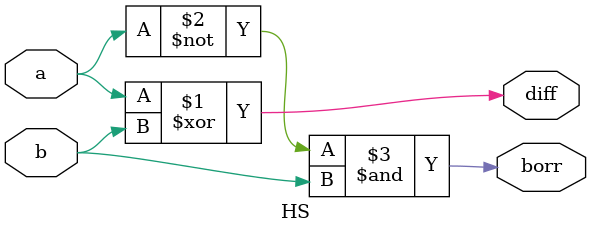
<source format=v>
`timescale 1ns / 1ps
module HS(a,b,diff,borr);	input a,b;
	output diff,borr;	assign diff =  a ^ b;
	assign borr = (~a)& b;
 
endmodule

</source>
